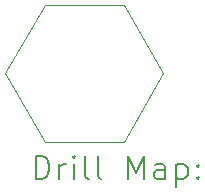
<source format=gbr>
%TF.GenerationSoftware,KiCad,Pcbnew,7.0.5*%
%TF.CreationDate,2023-06-07T10:21:34-06:00*%
%TF.ProjectId,ArmchairBarf,41726d63-6861-4697-9242-6172662e6b69,rev?*%
%TF.SameCoordinates,Original*%
%TF.FileFunction,Drillmap*%
%TF.FilePolarity,Positive*%
%FSLAX45Y45*%
G04 Gerber Fmt 4.5, Leading zero omitted, Abs format (unit mm)*
G04 Created by KiCad (PCBNEW 7.0.5) date 2023-06-07 10:21:34*
%MOMM*%
%LPD*%
G01*
G04 APERTURE LIST*
%ADD10C,0.100000*%
%ADD11C,0.200000*%
G04 APERTURE END LIST*
D10*
X15938500Y-10160000D02*
X15607364Y-10741754D01*
X14938149Y-10741754D01*
X14605000Y-10160000D01*
X14936747Y-9581377D01*
X15609013Y-9580370D01*
X15938500Y-10160000D01*
D11*
X14860777Y-11058238D02*
X14860777Y-10858238D01*
X14860777Y-10858238D02*
X14908396Y-10858238D01*
X14908396Y-10858238D02*
X14936967Y-10867762D01*
X14936967Y-10867762D02*
X14956015Y-10886810D01*
X14956015Y-10886810D02*
X14965539Y-10905857D01*
X14965539Y-10905857D02*
X14975062Y-10943952D01*
X14975062Y-10943952D02*
X14975062Y-10972524D01*
X14975062Y-10972524D02*
X14965539Y-11010619D01*
X14965539Y-11010619D02*
X14956015Y-11029667D01*
X14956015Y-11029667D02*
X14936967Y-11048714D01*
X14936967Y-11048714D02*
X14908396Y-11058238D01*
X14908396Y-11058238D02*
X14860777Y-11058238D01*
X15060777Y-11058238D02*
X15060777Y-10924905D01*
X15060777Y-10963000D02*
X15070301Y-10943952D01*
X15070301Y-10943952D02*
X15079824Y-10934429D01*
X15079824Y-10934429D02*
X15098872Y-10924905D01*
X15098872Y-10924905D02*
X15117920Y-10924905D01*
X15184586Y-11058238D02*
X15184586Y-10924905D01*
X15184586Y-10858238D02*
X15175062Y-10867762D01*
X15175062Y-10867762D02*
X15184586Y-10877286D01*
X15184586Y-10877286D02*
X15194110Y-10867762D01*
X15194110Y-10867762D02*
X15184586Y-10858238D01*
X15184586Y-10858238D02*
X15184586Y-10877286D01*
X15308396Y-11058238D02*
X15289348Y-11048714D01*
X15289348Y-11048714D02*
X15279824Y-11029667D01*
X15279824Y-11029667D02*
X15279824Y-10858238D01*
X15413158Y-11058238D02*
X15394110Y-11048714D01*
X15394110Y-11048714D02*
X15384586Y-11029667D01*
X15384586Y-11029667D02*
X15384586Y-10858238D01*
X15641729Y-11058238D02*
X15641729Y-10858238D01*
X15641729Y-10858238D02*
X15708396Y-11001095D01*
X15708396Y-11001095D02*
X15775062Y-10858238D01*
X15775062Y-10858238D02*
X15775062Y-11058238D01*
X15956015Y-11058238D02*
X15956015Y-10953476D01*
X15956015Y-10953476D02*
X15946491Y-10934429D01*
X15946491Y-10934429D02*
X15927443Y-10924905D01*
X15927443Y-10924905D02*
X15889348Y-10924905D01*
X15889348Y-10924905D02*
X15870301Y-10934429D01*
X15956015Y-11048714D02*
X15936967Y-11058238D01*
X15936967Y-11058238D02*
X15889348Y-11058238D01*
X15889348Y-11058238D02*
X15870301Y-11048714D01*
X15870301Y-11048714D02*
X15860777Y-11029667D01*
X15860777Y-11029667D02*
X15860777Y-11010619D01*
X15860777Y-11010619D02*
X15870301Y-10991572D01*
X15870301Y-10991572D02*
X15889348Y-10982048D01*
X15889348Y-10982048D02*
X15936967Y-10982048D01*
X15936967Y-10982048D02*
X15956015Y-10972524D01*
X16051253Y-10924905D02*
X16051253Y-11124905D01*
X16051253Y-10934429D02*
X16070301Y-10924905D01*
X16070301Y-10924905D02*
X16108396Y-10924905D01*
X16108396Y-10924905D02*
X16127443Y-10934429D01*
X16127443Y-10934429D02*
X16136967Y-10943952D01*
X16136967Y-10943952D02*
X16146491Y-10963000D01*
X16146491Y-10963000D02*
X16146491Y-11020143D01*
X16146491Y-11020143D02*
X16136967Y-11039191D01*
X16136967Y-11039191D02*
X16127443Y-11048714D01*
X16127443Y-11048714D02*
X16108396Y-11058238D01*
X16108396Y-11058238D02*
X16070301Y-11058238D01*
X16070301Y-11058238D02*
X16051253Y-11048714D01*
X16232205Y-11039191D02*
X16241729Y-11048714D01*
X16241729Y-11048714D02*
X16232205Y-11058238D01*
X16232205Y-11058238D02*
X16222682Y-11048714D01*
X16222682Y-11048714D02*
X16232205Y-11039191D01*
X16232205Y-11039191D02*
X16232205Y-11058238D01*
X16232205Y-10934429D02*
X16241729Y-10943952D01*
X16241729Y-10943952D02*
X16232205Y-10953476D01*
X16232205Y-10953476D02*
X16222682Y-10943952D01*
X16222682Y-10943952D02*
X16232205Y-10934429D01*
X16232205Y-10934429D02*
X16232205Y-10953476D01*
M02*

</source>
